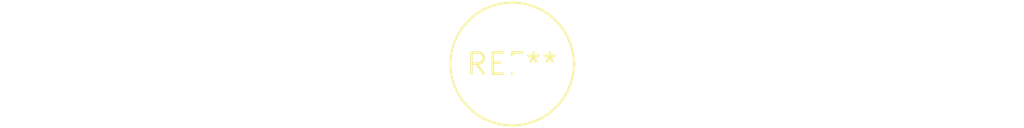
<source format=kicad_pcb>
(kicad_pcb (version 20240108) (generator pcbnew)
  (layers (0 "F.Cu" signal) (31 "B.Cu" signal) (34 "B.Paste" user) (35 "F.Paste" user) (36 "B.SilkS" user "B.Silkscreen") (37 "F.SilkS" user "F.Silkscreen") (38 "B.Mask" user) (39 "F.Mask" user) (44 "Edge.Cuts" user))
  (net 0 "")
  (footprint "L_Axial_L24.0mm_D7.1mm_P5.08mm_Vertical_Vishay_IM-10-28" (layer "F.Cu") (at 0 0)
    (property "Reference" "REF**")
    (property "Value" "L_Axial_L24.0mm_D7.1mm_P5.08mm_Vertical_Vishay_IM-10-28")
    (fp_line (start 3.67 0) (end 3.78 0) (layer "F.SilkS") (stroke (width 0.12)))
    (fp_circle (center 0 0) (end 3.67 0) (layer "F.SilkS") (stroke (width 0.12)) (fill none))
    (pad "1" thru_hole circle (at 0 0) (size 2 2) (drill 1) (layers *.Cu *.Mask) (remove_unused_layers))
    (pad "2" thru_hole oval (at 5.08 0) (size 2 2) (drill 1) (layers *.Cu *.Mask) (remove_unused_layers))
  )
)
</source>
